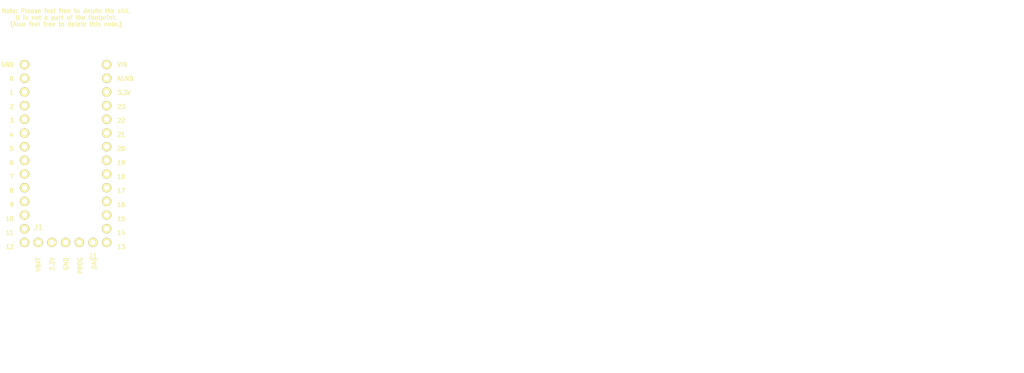
<source format=kicad_pcb>
(kicad_pcb (version 4) (host pcbnew 4.0.7-e2-6376~58~ubuntu16.04.1)

  (general
    (links 3)
    (no_connects 3)
    (area 90.895714 61.595 178.510001 123.265001)
    (thickness 1.6)
    (drawings 5)
    (tracks 0)
    (zones 0)
    (modules 1)
    (nets 3)
  )

  (page USLetter)
  (title_block
    (company "Released under the CERN Open Hardware License v1.2")
    (comment 1 "jenner@wickerbox.net - http://wickerbox.net")
    (comment 2 "Designed by Jenner at Wickerbox Electronics")
  )

  (layers
    (0 F.Cu signal)
    (31 B.Cu signal)
    (34 B.Paste user)
    (35 F.Paste user)
    (36 B.SilkS user)
    (37 F.SilkS user)
    (38 B.Mask user)
    (39 F.Mask user)
    (40 Dwgs.User user)
    (44 Edge.Cuts user)
    (46 B.CrtYd user)
    (47 F.CrtYd user)
    (48 B.Fab user)
    (49 F.Fab user)
  )

  (setup
    (last_trace_width 0.254)
    (user_trace_width 0.1524)
    (user_trace_width 0.254)
    (user_trace_width 0.3302)
    (user_trace_width 0.508)
    (user_trace_width 0.762)
    (user_trace_width 1.27)
    (trace_clearance 0.254)
    (zone_clearance 0.508)
    (zone_45_only no)
    (trace_min 0.1524)
    (segment_width 0.1524)
    (edge_width 0.1524)
    (via_size 0.6858)
    (via_drill 0.3302)
    (via_min_size 0.6858)
    (via_min_drill 0.3302)
    (user_via 0.6858 0.3302)
    (user_via 0.762 0.4064)
    (user_via 0.8636 0.508)
    (uvia_size 0.6858)
    (uvia_drill 0.3302)
    (uvias_allowed no)
    (uvia_min_size 0)
    (uvia_min_drill 0)
    (pcb_text_width 0.1524)
    (pcb_text_size 1.016 1.016)
    (mod_edge_width 0.1524)
    (mod_text_size 1.016 1.016)
    (mod_text_width 0.1524)
    (pad_size 1.524 1.524)
    (pad_drill 0.762)
    (pad_to_mask_clearance 0.0762)
    (solder_mask_min_width 0.1016)
    (pad_to_paste_clearance -0.0762)
    (aux_axis_origin 0 0)
    (visible_elements FFFEDF7D)
    (pcbplotparams
      (layerselection 0x310fc_80000001)
      (usegerberextensions true)
      (excludeedgelayer true)
      (linewidth 0.100000)
      (plotframeref false)
      (viasonmask false)
      (mode 1)
      (useauxorigin false)
      (hpglpennumber 1)
      (hpglpenspeed 20)
      (hpglpendiameter 15)
      (hpglpenoverlay 2)
      (psnegative false)
      (psa4output false)
      (plotreference true)
      (plotvalue true)
      (plotinvisibletext false)
      (padsonsilk false)
      (subtractmaskfromsilk false)
      (outputformat 1)
      (mirror false)
      (drillshape 0)
      (scaleselection 1)
      (outputdirectory gerbers))
  )

  (net 0 "")
  (net 1 GND)
  (net 2 +3V3)

  (net_class Default "This is the default net class."
    (clearance 0.254)
    (trace_width 0.254)
    (via_dia 0.6858)
    (via_drill 0.3302)
    (uvia_dia 0.6858)
    (uvia_drill 0.3302)
    (add_net +3V3)
    (add_net GND)
  )

  (module Wickerlib:TEENSY-3.2-NOSILK (layer F.Cu) (tedit 59936670) (tstamp 5993DC96)
    (at 39.9542 78.5876)
    (path /57382FA4)
    (fp_text reference J1 (at 0 -0.127) (layer F.Fab)
      (effects (font (size 1 1) (thickness 0.15)))
    )
    (fp_text value TEENSY3.2-72MHz (at 0.381 14.732) (layer F.Fab) hide
      (effects (font (size 1 1) (thickness 0.15)))
    )
    (fp_text user %R (at -4.699 14.478) (layer F.SilkS)
      (effects (font (size 1 1) (thickness 0.15)))
    )
    (fp_line (start 2.921 -15.088) (end 2.921 -17.088) (layer F.Fab) (width 0.05))
    (fp_line (start -1.579 -15.088) (end 2.921 -15.088) (layer F.Fab) (width 0.05))
    (fp_line (start -1.579 -17.088) (end -1.579 -15.088) (layer F.Fab) (width 0.05))
    (fp_line (start -8.579 18.412) (end 9.421 18.412) (layer F.Fab) (width 0.05))
    (fp_line (start -8.579 -17.088) (end -8.579 18.412) (layer F.Fab) (width 0.05))
    (fp_line (start 9.421 -17.088) (end -8.579 -17.088) (layer F.Fab) (width 0.05))
    (fp_line (start 9.421 18.412) (end 9.421 -17.088) (layer F.Fab) (width 0.05))
    (fp_text user %R (at 5.461 19.812) (layer F.SilkS)
      (effects (font (size 1 1) (thickness 0.15)))
    )
    (fp_line (start -8.509 18.542) (end 9.271 18.542) (layer F.CrtYd) (width 0.1524))
    (fp_line (start -8.509 -17.018) (end -8.509 18.542) (layer F.CrtYd) (width 0.1524))
    (fp_line (start 9.271 -17.018) (end -8.509 -17.018) (layer F.CrtYd) (width 0.1524))
    (fp_line (start 9.271 18.542) (end 9.271 -17.018) (layer F.CrtYd) (width 0.1524))
    (pad G1 thru_hole circle (at -7.239 -15.748) (size 1.7272 1.7272) (drill 1.016) (layers *.Cu *.Mask F.SilkS)
      (net 1 GND))
    (pad 0 thru_hole circle (at -7.239 -13.208) (size 1.7272 1.7272) (drill 1.016) (layers *.Cu *.Mask F.SilkS))
    (pad 1 thru_hole circle (at -7.239 -10.668) (size 1.7272 1.7272) (drill 1.016) (layers *.Cu *.Mask F.SilkS))
    (pad 2 thru_hole circle (at -7.239 -8.128) (size 1.7272 1.7272) (drill 1.016) (layers *.Cu *.Mask F.SilkS))
    (pad 3 thru_hole circle (at -7.239 -5.588) (size 1.7272 1.7272) (drill 1.016) (layers *.Cu *.Mask F.SilkS))
    (pad 4 thru_hole circle (at -7.239 -3.048) (size 1.7272 1.7272) (drill 1.016) (layers *.Cu *.Mask F.SilkS))
    (pad 5 thru_hole circle (at -7.239 -0.508) (size 1.7272 1.7272) (drill 1.016) (layers *.Cu *.Mask F.SilkS))
    (pad 6 thru_hole circle (at -7.239 2.032) (size 1.7272 1.7272) (drill 1.016) (layers *.Cu *.Mask F.SilkS))
    (pad 7 thru_hole circle (at -7.239 4.572) (size 1.7272 1.7272) (drill 1.016) (layers *.Cu *.Mask F.SilkS))
    (pad 8 thru_hole circle (at -7.239 7.112) (size 1.7272 1.7272) (drill 1.016) (layers *.Cu *.Mask F.SilkS))
    (pad 9 thru_hole circle (at -7.239 9.652) (size 1.7272 1.7272) (drill 1.016) (layers *.Cu *.Mask F.SilkS))
    (pad 10 thru_hole circle (at -7.239 12.192) (size 1.7272 1.7272) (drill 1.016) (layers *.Cu *.Mask F.SilkS))
    (pad 11 thru_hole circle (at -7.239 14.732) (size 1.7272 1.7272) (drill 1.016) (layers *.Cu *.Mask F.SilkS))
    (pad 12 thru_hole circle (at -7.239 17.272) (size 1.7272 1.7272) (drill 1.016) (layers *.Cu *.Mask F.SilkS))
    (pad VBAT thru_hole circle (at -4.699 17.272) (size 1.7272 1.7272) (drill 1.016) (layers *.Cu *.Mask F.SilkS))
    (pad 3V1 thru_hole circle (at -2.159 17.272) (size 1.7272 1.7272) (drill 1.016) (layers *.Cu *.Mask F.SilkS)
      (net 2 +3V3))
    (pad G2 thru_hole circle (at 0.381 17.272) (size 1.7272 1.7272) (drill 1.016) (layers *.Cu *.Mask F.SilkS)
      (net 1 GND))
    (pad PGM thru_hole circle (at 2.921 17.272) (size 1.7272 1.7272) (drill 1.016) (layers *.Cu *.Mask F.SilkS))
    (pad DAC thru_hole circle (at 5.461 17.272) (size 1.7272 1.7272) (drill 1.016) (layers *.Cu *.Mask F.SilkS))
    (pad 13 thru_hole circle (at 8.001 17.272) (size 1.7272 1.7272) (drill 1.016) (layers *.Cu *.Mask F.SilkS))
    (pad 16 thru_hole circle (at 8.001 9.652) (size 1.7272 1.7272) (drill 1.016) (layers *.Cu *.Mask F.SilkS))
    (pad 3V2 thru_hole circle (at 8.001 -10.668) (size 1.7272 1.7272) (drill 1.016) (layers *.Cu *.Mask F.SilkS)
      (net 2 +3V3))
    (pad 18 thru_hole circle (at 8.001 4.572) (size 1.7272 1.7272) (drill 1.016) (layers *.Cu *.Mask F.SilkS))
    (pad 17 thru_hole circle (at 8.001 7.112) (size 1.7272 1.7272) (drill 1.016) (layers *.Cu *.Mask F.SilkS))
    (pad AG thru_hole circle (at 8.001 -13.208) (size 1.7272 1.7272) (drill 1.016) (layers *.Cu *.Mask F.SilkS)
      (net 1 GND))
    (pad 22 thru_hole circle (at 8.001 -5.588) (size 1.7272 1.7272) (drill 1.016) (layers *.Cu *.Mask F.SilkS))
    (pad VIN thru_hole circle (at 8.001 -15.748) (size 1.7272 1.7272) (drill 1.016) (layers *.Cu *.Mask F.SilkS))
    (pad 21 thru_hole circle (at 8.001 -3.048) (size 1.7272 1.7272) (drill 1.016) (layers *.Cu *.Mask F.SilkS))
    (pad 20 thru_hole circle (at 8.001 -0.508) (size 1.7272 1.7272) (drill 1.016) (layers *.Cu *.Mask F.SilkS))
    (pad 19 thru_hole circle (at 8.001 2.032) (size 1.7272 1.7272) (drill 1.016) (layers *.Cu *.Mask F.SilkS))
    (pad 23 thru_hole circle (at 8.001 -8.128) (size 1.7272 1.7272) (drill 1.016) (layers *.Cu *.Mask F.SilkS))
    (pad 14 thru_hole circle (at 8.001 14.732) (size 1.7272 1.7272) (drill 1.016) (layers *.Cu *.Mask F.SilkS))
    (pad 15 thru_hole circle (at 8.001 12.192) (size 1.7272 1.7272) (drill 1.016) (layers *.Cu *.Mask F.SilkS))
  )

  (gr_text "FABRICATION NOTES\n\n1. THIS IS A 2 LAYER BOARD. \n2. EXTERNAL LAYERS SHALL HAVE 1 OZ COPPER.\n3. MATERIAL: FR4 AND 0.062 INCH +/- 10% THICK.\n4. BOARDS SHALL BE ROHS COMPLIANT. \n5. MANUFACTURE IN ACCORDANCE WITH IPC-6012 CLASS 2\n6. MASK: BOTH SIDES OF THE BOARD SHALL HAVE \n   SOLDER MASK (ANY COLOR) OVER BARE COPPER. \n7. SILK: BOTH SIDES OF THE BOARD SHALL HAVE \n   WHITE SILKSCREEN. DO NOT PLACE SILK OVER BARE COPPER.\n8. FINISH: ENIG.\n9. MINIMUM TRACE WIDTH - 0.006 INCH.\n   MINIMUM SPACE - 0.006 INCH.\n   MINIMUM HOLE DIA - 0.013 INCH. \n10. MAX HOLE PLACEMENT TOLERANCE OF +/- 0.003 INCH.\n11. MAX HOLE DIAMETER TOLERANCE OF +/- 0.003 INCH AFTER PLATING." (at 75.184 85.4964) (layer Dwgs.User)
    (effects (font (size 2.54 2.54) (thickness 0.254)) (justify left))
  )
  (gr_text "Note: Please feel free to delete the silk.\nIt is not a part of the footprint.\n(Also feel free to delete this note.)" (at 40.4368 54.102) (layer F.SilkS)
    (effects (font (size 0.762 0.762) (thickness 0.1524)))
  )
  (gr_text "VIN\n\nAGND\n\n3.3V\n\n23\n\n22\n\n21\n\n20\n\n19\n\n18\n\n17\n\n16\n\n15\n\n14\n\n13\n" (at 49.8348 79.756) (layer F.SilkS)
    (effects (font (size 0.80772 0.762) (thickness 0.1524)) (justify left))
  )
  (gr_text "GND\n\n0\n\n1\n\n2\n\n3\n\n4\n\n5\n\n6\n\n7\n\n8\n\n9\n\n10\n\n11\n\n12" (at 30.7848 79.756) (layer F.SilkS) (tstamp 5737A2C9)
    (effects (font (size 0.80772 0.762) (thickness 0.1524)) (justify right))
  )
  (gr_text "VBAT\n\n3.3V\n\nGND\n\nPROG\n\nDAC" (at 40.4368 98.552 90) (layer F.SilkS) (tstamp 5737A2FF)
    (effects (font (size 0.80772 0.762) (thickness 0.1524)) (justify right))
  )

)

</source>
